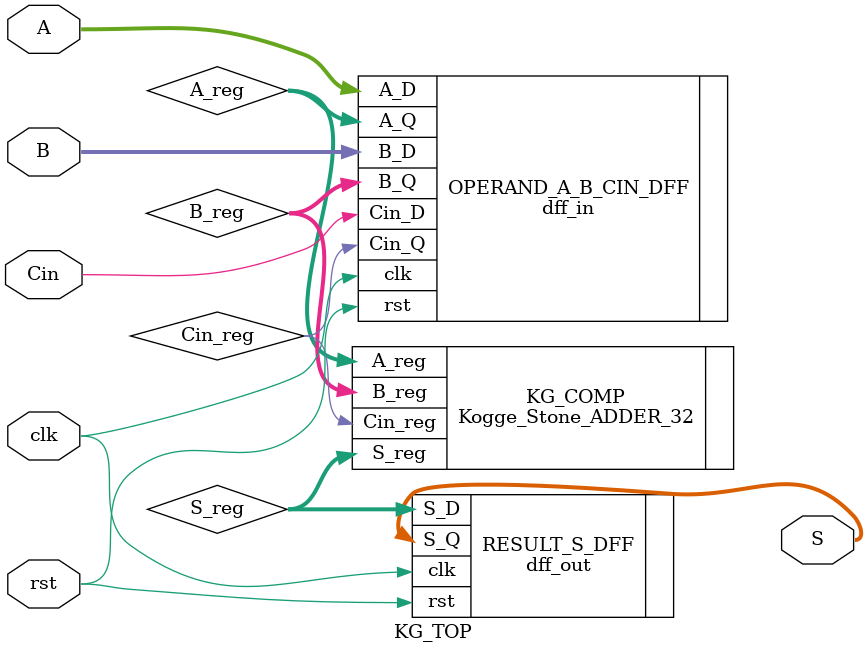
<source format=v>
module KG_TOP #(parameter DATA_WIDTH = 32, OUTPUT_WIDTH = 33) (
	input wire clk, rst,
	input wire [DATA_WIDTH-1:0] A,
	input wire [DATA_WIDTH-1:0] B,
	input wire 					Cin,
	
	output wire [OUTPUT_WIDTH-1:0] S
);

wire [DATA_WIDTH-1:0] A_reg;
wire [DATA_WIDTH-1:0] B_reg;
wire 				  Cin_reg;
wire [OUTPUT_WIDTH-1:0] S_reg;
dff_in OPERAND_A_B_CIN_DFF(.clk(clk), .rst(rst),
						   .A_D(A), .B_D(B),
						   .Cin_D(Cin),
						   .A_Q(A_reg), .B_Q(B_reg),
						   .Cin_Q(Cin_reg));

Kogge_Stone_ADDER_32 KG_COMP (.A_reg(A_reg), .B_reg(B_reg), .Cin_reg(Cin_reg),
							  .S_reg(S_reg));
							  
dff_out RESULT_S_DFF (.clk(clk), .rst(rst), .S_D(S_reg), .S_Q(S));

endmodule

</source>
